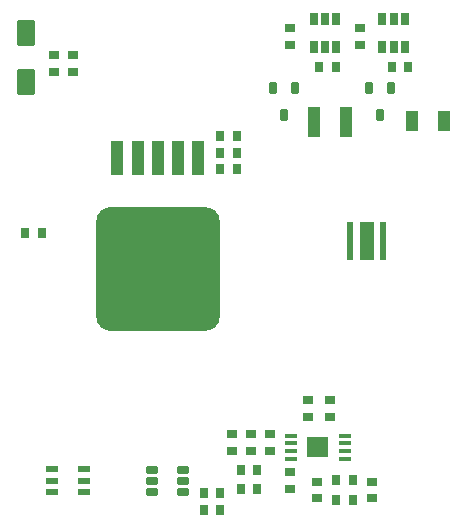
<source format=gtp>
G04*
G04 #@! TF.GenerationSoftware,Altium Limited,Altium Designer,23.6.0 (18)*
G04*
G04 Layer_Color=8421504*
%FSLAX44Y44*%
%MOMM*%
G71*
G04*
G04 #@! TF.SameCoordinates,5EE9EB4A-2ACB-4C3E-BE2F-BD42E06AEEC1*
G04*
G04*
G04 #@! TF.FilePolarity,Positive*
G04*
G01*
G75*
%ADD22R,0.6500X1.1000*%
%ADD23R,1.0000X0.6000*%
%ADD24R,1.1000X1.7000*%
%ADD25R,1.1000X2.6000*%
G04:AMPARAMS|DCode=26|XSize=0.6mm|YSize=1mm|CornerRadius=0.075mm|HoleSize=0mm|Usage=FLASHONLY|Rotation=180.000|XOffset=0mm|YOffset=0mm|HoleType=Round|Shape=RoundedRectangle|*
%AMROUNDEDRECTD26*
21,1,0.6000,0.8500,0,0,180.0*
21,1,0.4500,1.0000,0,0,180.0*
1,1,0.1500,-0.2250,0.4250*
1,1,0.1500,0.2250,0.4250*
1,1,0.1500,0.2250,-0.4250*
1,1,0.1500,-0.2250,-0.4250*
%
%ADD26ROUNDEDRECTD26*%
%ADD27R,0.9000X0.8000*%
%ADD28R,0.8000X0.9000*%
%ADD29R,0.5000X3.3000*%
%ADD30R,1.3000X3.3000*%
G04:AMPARAMS|DCode=31|XSize=0.6mm|YSize=1mm|CornerRadius=0.075mm|HoleSize=0mm|Usage=FLASHONLY|Rotation=270.000|XOffset=0mm|YOffset=0mm|HoleType=Round|Shape=RoundedRectangle|*
%AMROUNDEDRECTD31*
21,1,0.6000,0.8500,0,0,270.0*
21,1,0.4500,1.0000,0,0,270.0*
1,1,0.1500,-0.4250,-0.2250*
1,1,0.1500,-0.4250,0.2250*
1,1,0.1500,0.4250,0.2250*
1,1,0.1500,0.4250,-0.2250*
%
%ADD31ROUNDEDRECTD31*%
G04:AMPARAMS|DCode=32|XSize=2.2mm|YSize=1.5mm|CornerRadius=0.1875mm|HoleSize=0mm|Usage=FLASHONLY|Rotation=90.000|XOffset=0mm|YOffset=0mm|HoleType=Round|Shape=RoundedRectangle|*
%AMROUNDEDRECTD32*
21,1,2.2000,1.1250,0,0,90.0*
21,1,1.8250,1.5000,0,0,90.0*
1,1,0.3750,0.5625,0.9125*
1,1,0.3750,0.5625,-0.9125*
1,1,0.3750,-0.5625,-0.9125*
1,1,0.3750,-0.5625,0.9125*
%
%ADD32ROUNDEDRECTD32*%
G04:AMPARAMS|DCode=33|XSize=10.5mm|YSize=10.5mm|CornerRadius=1.3125mm|HoleSize=0mm|Usage=FLASHONLY|Rotation=90.000|XOffset=0mm|YOffset=0mm|HoleType=Round|Shape=RoundedRectangle|*
%AMROUNDEDRECTD33*
21,1,10.5000,7.8750,0,0,90.0*
21,1,7.8750,10.5000,0,0,90.0*
1,1,2.6250,3.9375,3.9375*
1,1,2.6250,3.9375,-3.9375*
1,1,2.6250,-3.9375,-3.9375*
1,1,2.6250,-3.9375,3.9375*
%
%ADD33ROUNDEDRECTD33*%
G04:AMPARAMS|DCode=34|XSize=2.95mm|YSize=1.05mm|CornerRadius=0.1313mm|HoleSize=0mm|Usage=FLASHONLY|Rotation=90.000|XOffset=0mm|YOffset=0mm|HoleType=Round|Shape=RoundedRectangle|*
%AMROUNDEDRECTD34*
21,1,2.9500,0.7875,0,0,90.0*
21,1,2.6875,1.0500,0,0,90.0*
1,1,0.2625,0.3938,1.3438*
1,1,0.2625,0.3938,-1.3438*
1,1,0.2625,-0.3938,-1.3438*
1,1,0.2625,-0.3938,1.3438*
%
%ADD34ROUNDEDRECTD34*%
G04:AMPARAMS|DCode=35|XSize=0.41mm|YSize=1.02mm|CornerRadius=0.1025mm|HoleSize=0mm|Usage=FLASHONLY|Rotation=90.000|XOffset=0mm|YOffset=0mm|HoleType=Round|Shape=RoundedRectangle|*
%AMROUNDEDRECTD35*
21,1,0.4100,0.8150,0,0,90.0*
21,1,0.2050,1.0200,0,0,90.0*
1,1,0.2050,0.4075,0.1025*
1,1,0.2050,0.4075,-0.1025*
1,1,0.2050,-0.4075,-0.1025*
1,1,0.2050,-0.4075,0.1025*
%
%ADD35ROUNDEDRECTD35*%
G36*
X317444Y296652D02*
X307344D01*
Y304152D01*
X317444D01*
Y296652D01*
D02*
G37*
G36*
Y286652D02*
X307344D01*
Y294152D01*
X317444D01*
Y286652D01*
D02*
G37*
G36*
Y276652D02*
X307344D01*
Y284152D01*
X317444D01*
Y276652D01*
D02*
G37*
G36*
X279386Y125049D02*
X279386Y107572D01*
X261909Y107572D01*
X261909Y125049D01*
X279386Y125049D01*
D02*
G37*
D22*
X267600Y479072D02*
D03*
X325747D02*
D03*
Y455072D02*
D03*
X335247D02*
D03*
X344747D02*
D03*
Y479072D02*
D03*
X335247D02*
D03*
X267600Y455072D02*
D03*
X277101D02*
D03*
X286600D02*
D03*
Y479072D02*
D03*
X277101D02*
D03*
D23*
X73347Y97320D02*
D03*
Y87820D02*
D03*
Y78320D02*
D03*
X45847D02*
D03*
Y87820D02*
D03*
Y97320D02*
D03*
D24*
X350769Y392187D02*
D03*
X377769D02*
D03*
D25*
X294957Y391238D02*
D03*
X267957D02*
D03*
D26*
X323538Y397354D02*
D03*
X314038Y420353D02*
D03*
X333038D02*
D03*
X242184Y397354D02*
D03*
X232684Y420353D02*
D03*
X251683D02*
D03*
D27*
X247724Y456870D02*
D03*
Y470871D02*
D03*
X306797Y456870D02*
D03*
Y470871D02*
D03*
X230490Y113344D02*
D03*
Y127344D02*
D03*
X316601Y72834D02*
D03*
Y86834D02*
D03*
X64147Y448067D02*
D03*
Y434067D02*
D03*
X47340D02*
D03*
Y448067D02*
D03*
X198400Y127344D02*
D03*
Y113344D02*
D03*
X270597Y86834D02*
D03*
Y72834D02*
D03*
X247858Y95085D02*
D03*
Y81085D02*
D03*
X214444Y113344D02*
D03*
Y127344D02*
D03*
X262666Y155734D02*
D03*
Y141734D02*
D03*
X281056Y141888D02*
D03*
Y155888D02*
D03*
D28*
X286165Y438024D02*
D03*
X272165D02*
D03*
X347774D02*
D03*
X333774D02*
D03*
X219882Y80560D02*
D03*
X205882D02*
D03*
X286718Y71574D02*
D03*
X300718D02*
D03*
X286682Y88598D02*
D03*
X300683D02*
D03*
X202252Y351354D02*
D03*
X188253D02*
D03*
X202252Y379658D02*
D03*
X188253D02*
D03*
X202252Y365506D02*
D03*
X188253D02*
D03*
X37476Y297238D02*
D03*
X23475D02*
D03*
X219777Y96575D02*
D03*
X205777D02*
D03*
X188521Y77251D02*
D03*
X174521D02*
D03*
X188521Y62939D02*
D03*
X174521D02*
D03*
D29*
X298395Y290402D02*
D03*
X326394D02*
D03*
D30*
X312394D02*
D03*
D31*
X131014Y87596D02*
D03*
Y97095D02*
D03*
X157014Y78095D02*
D03*
Y87596D02*
D03*
Y97095D02*
D03*
X131014Y78095D02*
D03*
D32*
X23605Y467100D02*
D03*
Y425099D02*
D03*
D33*
X135500Y267321D02*
D03*
D34*
X101400Y361321D02*
D03*
X169600D02*
D03*
X152550D02*
D03*
X135500D02*
D03*
X118450D02*
D03*
D35*
X247907Y106357D02*
D03*
Y112856D02*
D03*
Y119357D02*
D03*
Y125857D02*
D03*
X293907D02*
D03*
Y119357D02*
D03*
Y112856D02*
D03*
Y106357D02*
D03*
M02*

</source>
